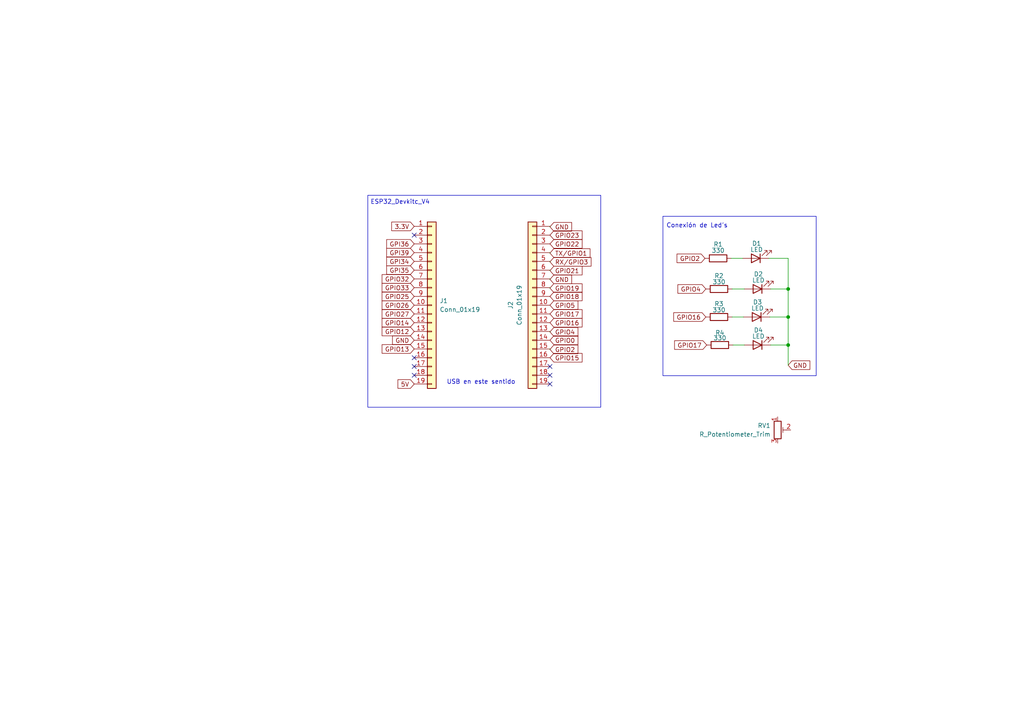
<source format=kicad_sch>
(kicad_sch (version 20231120) (generator "eeschema") (generator_version "8.0")
  (paper "A4")
  (lib_symbols
    (symbol "Connector_Generic:Conn_01x19" (pin_names (offset 1.016) hide)
      (property "Reference" "J" (at 0 25.4 0))
      (property "Value" "Conn_01x19" (at 0 -25.4 0))
      (symbol "Conn_01x19_1_1"
        (rectangle (start -1.27 -22.733) (end 0 -22.987) (stroke (width 0.1524)))
        (rectangle (start -1.27 -20.193) (end 0 -20.447) (stroke (width 0.1524)))
        (rectangle (start -1.27 -17.653) (end 0 -17.907) (stroke (width 0.1524)))
        (rectangle (start -1.27 -15.113) (end 0 -15.367) (stroke (width 0.1524)))
        (rectangle (start -1.27 -12.573) (end 0 -12.827) (stroke (width 0.1524)))
        (rectangle (start -1.27 -10.033) (end 0 -10.287) (stroke (width 0.1524)))
        (rectangle (start -1.27 -7.493) (end 0 -7.747) (stroke (width 0.1524)))
        (rectangle (start -1.27 -4.953) (end 0 -5.207) (stroke (width 0.1524)))
        (rectangle (start -1.27 -2.413) (end 0 -2.667) (stroke (width 0.1524)))
        (rectangle (start -1.27 0.127) (end 0 -0.127) (stroke (width 0.1524)))
        (rectangle (start -1.27 2.667) (end 0 2.413) (stroke (width 0.1524)))
        (rectangle (start -1.27 5.207) (end 0 4.953) (stroke (width 0.1524)))
        (rectangle (start -1.27 7.747) (end 0 7.493) (stroke (width 0.1524)))
        (rectangle (start -1.27 10.287) (end 0 10.033) (stroke (width 0.1524)))
        (rectangle (start -1.27 12.827) (end 0 12.573) (stroke (width 0.1524)))
        (rectangle (start -1.27 15.367) (end 0 15.113) (stroke (width 0.1524)))
        (rectangle (start -1.27 17.907) (end 0 17.653) (stroke (width 0.1524)))
        (rectangle (start -1.27 20.447) (end 0 20.193) (stroke (width 0.1524)))
        (rectangle (start -1.27 22.987) (end 0 22.733) (stroke (width 0.1524)))
        (rectangle (start -1.27 24.13) (end 1.27 -24.13) (stroke (width 0.254)) (fill (type background)))
        (pin passive line (at -5.08 22.86 0) (length 3.81) (name "Pin_1") (number "1"))
        (pin passive line (at -5.08 0 0) (length 3.81) (name "Pin_10") (number "10"))
        (pin passive line (at -5.08 -2.54 0) (length 3.81) (name "Pin_11") (number "11"))
        (pin passive line (at -5.08 -5.08 0) (length 3.81) (name "Pin_12") (number "12"))
        (pin passive line (at -5.08 -7.62 0) (length 3.81) (name "Pin_13") (number "13"))
        (pin passive line (at -5.08 -10.16 0) (length 3.81) (name "Pin_14") (number "14"))
        (pin passive line (at -5.08 -12.7 0) (length 3.81) (name "Pin_15") (number "15"))
        (pin passive line (at -5.08 -15.24 0) (length 3.81) (name "Pin_16") (number "16"))
        (pin passive line (at -5.08 -17.78 0) (length 3.81) (name "Pin_17") (number "17"))
        (pin passive line (at -5.08 -20.32 0) (length 3.81) (name "Pin_18") (number "18"))
        (pin passive line (at -5.08 -22.86 0) (length 3.81) (name "Pin_19") (number "19"))
        (pin passive line (at -5.08 20.32 0) (length 3.81) (name "Pin_2") (number "2"))
        (pin passive line (at -5.08 17.78 0) (length 3.81) (name "Pin_3") (number "3"))
        (pin passive line (at -5.08 15.24 0) (length 3.81) (name "Pin_4") (number "4"))
        (pin passive line (at -5.08 12.7 0) (length 3.81) (name "Pin_5") (number "5"))
        (pin passive line (at -5.08 10.16 0) (length 3.81) (name "Pin_6") (number "6"))
        (pin passive line (at -5.08 7.62 0) (length 3.81) (name "Pin_7") (number "7"))
        (pin passive line (at -5.08 5.08 0) (length 3.81) (name "Pin_8") (number "8"))
        (pin passive line (at -5.08 2.54 0) (length 3.81) (name "Pin_9") (number "9"))
      )
    )
    (symbol "Device:LED" (pin_numbers hide) (pin_names (offset 1.016) hide)
      (property "Reference" "D" (at 0 2.54 0))
      (property "Value" "LED" (at 0 -2.54 0))
      (symbol "LED_0_1"
        (polyline (pts (xy -1.27 -1.27) (xy -1.27 1.27)) (stroke (width 0.254)))
        (polyline (pts (xy -1.27 0) (xy 1.27 0)))
        (polyline (pts (xy 1.27 -1.27) (xy 1.27 1.27) (xy -1.27 0) (xy 1.27 -1.27)) (stroke (width 0.254)))
        (polyline (pts (xy -3.048 -0.762) (xy -4.572 -2.286) (xy -3.81 -2.286) (xy -4.572 -2.286) (xy -4.572 -1.524)))
        (polyline (pts (xy -1.778 -0.762) (xy -3.302 -2.286) (xy -2.54 -2.286) (xy -3.302 -2.286) (xy -3.302 -1.524)))
      )
      (symbol "LED_1_1"
        (pin passive line (at -3.81 0 0) (length 2.54) (name "K") (number "1"))
        (pin passive line (at 3.81 0 180) (length 2.54) (name "A") (number "2"))
      )
    )
    (symbol "Device:R" (pin_numbers hide) (pin_names (offset 0))
      (property "Reference" "R" (at 2.032 0 90))
      (property "Value" "R" (at 0 0 90))
      (symbol "R_0_1"
        (rectangle (start -1.016 -2.54) (end 1.016 2.54) (stroke (width 0.254)))
      )
      (symbol "R_1_1"
        (pin passive line (at 0 3.81 270) (length 1.27) (name "~") (number "1"))
        (pin passive line (at 0 -3.81 90) (length 1.27) (name "~") (number "2"))
      )
    )
    (symbol "Device:R_Potentiometer_Trim" (pin_names (offset 1.016) hide)
      (property "Reference" "RV" (at -4.445 0 90))
      (property "Value" "R_Potentiometer_Trim" (at -2.54 0 90))
      (symbol "R_Potentiometer_Trim_0_1"
        (polyline (pts (xy 1.524 0.762) (xy 1.524 -0.762)))
        (polyline (pts (xy 2.54 0) (xy 1.524 0)))
        (rectangle (start 1.016 2.54) (end -1.016 -2.54) (stroke (width 0.254)))
      )
      (symbol "R_Potentiometer_Trim_1_1"
        (pin passive line (at 0 3.81 270) (length 1.27) (name "1") (number "1"))
        (pin passive line (at 3.81 0 180) (length 1.27) (name "2") (number "2"))
        (pin passive line (at 0 -3.81 90) (length 1.27) (name "3") (number "3"))
      )
    )
  )
  (junction (at 228.6 100.076))
  (junction (at 228.6 83.82))
  (junction (at 228.6 91.948))
  (no_connect (at 159.512 108.839))
  (no_connect (at 120.142 106.299))
  (no_connect (at 120.142 103.759))
  (no_connect (at 120.142 108.839))
  (no_connect (at 159.512 106.299))
  (no_connect (at 120.142 68.199))
  (no_connect (at 159.512 111.379))
  (wire (pts (xy 223.266 91.948) (xy 228.6 91.948)))
  (wire (pts (xy 228.6 91.948) (xy 228.6 100.076)))
  (wire (pts (xy 223.012 74.93) (xy 228.6 74.93)))
  (wire (pts (xy 159.512 78.359) (xy 159.512 78.486)))
  (wire (pts (xy 159.512 96.139) (xy 159.512 96.266)))
  (wire (pts (xy 159.512 75.819) (xy 159.512 75.946)))
  (wire (pts (xy 159.512 83.439) (xy 159.512 83.566)))
  (wire (pts (xy 159.512 80.899) (xy 159.512 81.026)))
  (wire (pts (xy 159.512 73.279) (xy 159.512 73.406)))
  (wire (pts (xy 212.344 91.948) (xy 215.646 91.948)))
  (wire (pts (xy 228.6 74.93) (xy 228.6 83.82)))
  (wire (pts (xy 228.6 100.076) (xy 223.52 100.076)))
  (wire (pts (xy 212.598 100.076) (xy 215.9 100.076)))
  (wire (pts (xy 223.52 83.82) (xy 228.6 83.82)))
  (wire (pts (xy 228.6 105.918) (xy 228.6 100.076)))
  (wire (pts (xy 212.09 74.93) (xy 215.392 74.93)))
  (wire (pts (xy 159.512 101.219) (xy 159.512 101.346)))
  (wire (pts (xy 212.344 83.82) (xy 215.9 83.82)))
  (wire (pts (xy 159.512 65.659) (xy 159.512 65.786)))
  (wire (pts (xy 228.6 83.82) (xy 228.6 91.948)))
  (rectangle (start 192.278 62.738) (end 236.728 108.966))
  (rectangle (start 106.68 56.642) (end 174.244 118.11))
  (text "USB en este sentido" (at 129.54 111.633 0) (effects (font (size 1.27 1.27)) (justify left bottom)))
  (text "Conexión de Led's" (at 202.184 65.532 0) (effects (font (size 1.27 1.27))))
  (text "ESP32_Devkitc_V4" (at 107.442 59.436 0) (effects (font (size 1.27 1.27)) (justify left bottom)))
  (global_label "GPIO14" (shape input) (at 120.142 93.599 180) (property "Intersheetrefs" "${INTERSHEET_REFS}" (effects (hide yes))))
  (global_label "GPI35" (shape input) (at 120.142 78.359 180) (property "Intersheetrefs" "${INTERSHEET_REFS}" (effects (hide yes))))
  (global_label "GPIO18" (shape input) (at 159.512 85.979 0) (property "Intersheetrefs" "${INTERSHEET_REFS}" (effects (hide yes))))
  (global_label "GPIO0" (shape input) (at 159.512 98.679 0) (property "Intersheetrefs" "${INTERSHEET_REFS}" (effects (hide yes))))
  (global_label "RX{slash}GPIO3" (shape input) (at 159.512 75.946 0) (property "Intersheetrefs" "${INTERSHEET_REFS}" (effects (hide yes))))
  (global_label "GND" (shape input) (at 159.512 65.786 0) (property "Intersheetrefs" "${INTERSHEET_REFS}" (effects (hide yes))))
  (global_label "GPIO12" (shape input) (at 120.142 96.139 180) (property "Intersheetrefs" "${INTERSHEET_REFS}" (effects (hide yes))))
  (global_label "GPIO17" (shape input) (at 159.512 91.059 0) (property "Intersheetrefs" "${INTERSHEET_REFS}" (effects (hide yes))))
  (global_label "GPIO23" (shape input) (at 159.512 68.199 0) (property "Intersheetrefs" "${INTERSHEET_REFS}" (effects (hide yes))))
  (global_label "GPIO4" (shape input) (at 159.512 96.266 0) (property "Intersheetrefs" "${INTERSHEET_REFS}" (effects (hide yes))))
  (global_label "GPIO19" (shape input) (at 159.512 83.566 0) (property "Intersheetrefs" "${INTERSHEET_REFS}" (effects (hide yes))))
  (global_label "GPIO2" (shape input) (at 204.47 74.93 180) (property "Intersheetrefs" "${INTERSHEET_REFS}" (effects (hide yes))))
  (global_label "GND" (shape input) (at 228.6 105.918 0) (property "Intersheetrefs" "${INTERSHEET_REFS}" (effects (hide yes))))
  (global_label "GPIO32" (shape input) (at 120.142 80.899 180) (property "Intersheetrefs" "${INTERSHEET_REFS}" (effects (hide yes))))
  (global_label "GPIO4" (shape input) (at 204.724 83.82 180) (property "Intersheetrefs" "${INTERSHEET_REFS}" (effects (hide yes))))
  (global_label "3.3V" (shape input) (at 120.142 65.659 180) (property "Intersheetrefs" "${INTERSHEET_REFS}" (effects (hide yes))))
  (global_label "GPI34" (shape input) (at 120.142 75.819 180) (property "Intersheetrefs" "${INTERSHEET_REFS}" (effects (hide yes))))
  (global_label "GPIO21" (shape input) (at 159.512 78.486 0) (property "Intersheetrefs" "${INTERSHEET_REFS}" (effects (hide yes))))
  (global_label "GPIO16" (shape input) (at 204.724 91.948 180) (property "Intersheetrefs" "${INTERSHEET_REFS}" (effects (hide yes))))
  (global_label "GPI39" (shape input) (at 120.142 73.279 180) (property "Intersheetrefs" "${INTERSHEET_REFS}" (effects (hide yes))))
  (global_label "GND" (shape input) (at 120.142 98.679 180) (property "Intersheetrefs" "${INTERSHEET_REFS}" (effects (hide yes))))
  (global_label "GND" (shape input) (at 159.512 81.026 0) (property "Intersheetrefs" "${INTERSHEET_REFS}" (effects (hide yes))))
  (global_label "GPIO15" (shape input) (at 159.512 103.759 0) (property "Intersheetrefs" "${INTERSHEET_REFS}" (effects (hide yes))))
  (global_label "GPIO33" (shape input) (at 120.142 83.439 180) (property "Intersheetrefs" "${INTERSHEET_REFS}" (effects (hide yes))))
  (global_label "GPIO2" (shape input) (at 159.512 101.346 0) (property "Intersheetrefs" "${INTERSHEET_REFS}" (effects (hide yes))))
  (global_label "GPIO22" (shape input) (at 159.512 70.739 0) (property "Intersheetrefs" "${INTERSHEET_REFS}" (effects (hide yes))))
  (global_label "5V" (shape input) (at 120.142 111.379 180) (property "Intersheetrefs" "${INTERSHEET_REFS}" (effects (hide yes))))
  (global_label "GPIO27" (shape input) (at 120.142 91.059 180) (property "Intersheetrefs" "${INTERSHEET_REFS}" (effects (hide yes))))
  (global_label "GPIO26" (shape input) (at 120.142 88.519 180) (property "Intersheetrefs" "${INTERSHEET_REFS}" (effects (hide yes))))
  (global_label "GPIO17" (shape input) (at 204.978 100.076 180) (property "Intersheetrefs" "${INTERSHEET_REFS}" (effects (hide yes))))
  (global_label "GPIO13" (shape input) (at 120.142 101.219 180) (property "Intersheetrefs" "${INTERSHEET_REFS}" (effects (hide yes))))
  (global_label "GPIO16" (shape input) (at 159.512 93.599 0) (property "Intersheetrefs" "${INTERSHEET_REFS}" (effects (hide yes))))
  (global_label "GPIO5" (shape input) (at 159.512 88.519 0) (property "Intersheetrefs" "${INTERSHEET_REFS}" (effects (hide yes))))
  (global_label "TX{slash}GPIO1" (shape input) (at 159.512 73.406 0) (property "Intersheetrefs" "${INTERSHEET_REFS}" (effects (hide yes))))
  (global_label "GPI36" (shape input) (at 120.142 70.739 180) (property "Intersheetrefs" "${INTERSHEET_REFS}" (effects (hide yes))))
  (global_label "GPIO25" (shape input) (at 120.142 85.979 180) (property "Intersheetrefs" "${INTERSHEET_REFS}" (effects (hide yes))))
  (symbol (lib_id "Device:R") (at 208.788 100.076 90) (unit 1)
    (property "Reference" "R4" (at 208.788 96.52 90))
    (property "Value" "330" (at 208.788 98.044 90))
    (property "Description" "Resistor" (effects (hide yes)))
  )
  (symbol (lib_id "Device:R_Potentiometer_Trim") (at 225.552 124.714 0) (unit 1)
    (property "Reference" "RV1" (at 223.52 123.4439 0) (effects (justify right)))
    (property "Value" "R_Potentiometer_Trim" (at 223.52 125.9839 0) (effects (justify right)))
    (property "Description" "Trim-potentiometer" (effects (hide yes)))
  )
  (symbol (lib_id "Connector_Generic:Conn_01x19") (at 125.222 88.519 0) (unit 1)
    (property "Reference" "J1" (at 127.508 87.2489 0) (effects (justify left)))
    (property "Value" "Conn_01x19" (at 127.508 89.7889 0) (effects (justify left)))
    (property "Footprint" "Connector_PinSocket_2.54mm:PinSocket_1x19_P2.54mm_Vertical" (effects (hide yes)))
  )
  (symbol (lib_id "Device:LED") (at 219.71 83.82 180) (unit 1)
    (property "Reference" "D2" (at 219.964 79.502 0))
    (property "Value" "LED" (at 219.964 81.28 0))
    (property "Description" "Light emitting diode" (effects (hide yes)))
  )
  (symbol (lib_id "Device:R") (at 208.534 83.82 90) (unit 1)
    (property "Reference" "R2" (at 208.534 80.01 90))
    (property "Value" "330" (at 208.534 81.788 90))
    (property "Description" "Resistor" (effects (hide yes)))
  )
  (symbol (lib_id "Device:LED") (at 219.456 91.948 180) (unit 1)
    (property "Reference" "D3" (at 219.71 87.63 0))
    (property "Value" "LED" (at 219.71 89.408 0))
    (property "Description" "Light emitting diode" (effects (hide yes)))
  )
  (symbol (lib_id "Device:R") (at 208.534 91.948 90) (unit 1)
    (property "Reference" "R3" (at 208.534 88.138 90))
    (property "Value" "330" (at 208.534 89.916 90))
    (property "Description" "Resistor" (effects (hide yes)))
  )
  (symbol (lib_id "Device:R") (at 208.28 74.93 90) (unit 1)
    (property "Reference" "R1" (at 208.28 70.866 90))
    (property "Value" "330" (at 208.28 72.644 90))
    (property "Description" "Resistor" (effects (hide yes)))
  )
  (symbol (lib_id "Connector_Generic:Conn_01x19") (at 154.432 88.519 0) (mirror y) (unit 1)
    (property "Reference" "J2" (at 148.082 88.519 90))
    (property "Value" "Conn_01x19" (at 150.622 88.519 90))
    (property "Footprint" "Connector_PinSocket_2.54mm:PinSocket_1x19_P2.54mm_Vertical" (effects (hide yes)))
  )
  (symbol (lib_id "Device:LED") (at 219.202 74.93 180) (unit 1)
    (property "Reference" "D1" (at 219.456 70.612 0))
    (property "Value" "LED" (at 219.456 72.39 0))
    (property "Description" "Light emitting diode" (effects (hide yes)))
  )
  (symbol (lib_id "Device:LED") (at 219.71 100.076 180) (unit 1)
    (property "Reference" "D4" (at 219.964 95.758 0))
    (property "Value" "LED" (at 219.964 97.536 0))
    (property "Description" "Light emitting diode" (effects (hide yes)))
  )
)
</source>
